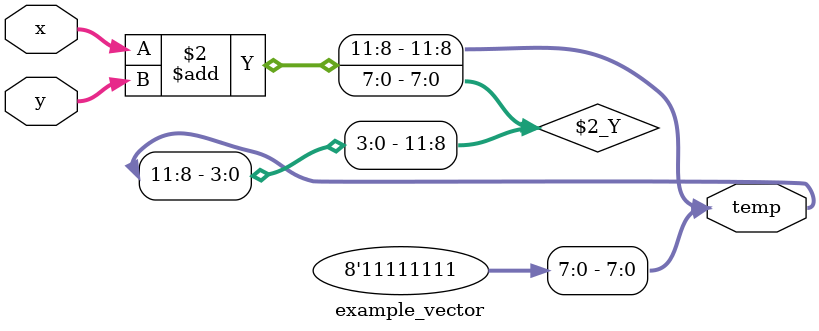
<source format=v>
module example_vector(x, y, temp);
input [10:0] x;
input [4:0] y;
output reg [11:0] temp;

always @(*) begin
	temp = x + y;
	temp[3] = 0;
	temp[7:0] = 255; // slicing
end

endmodule

</source>
